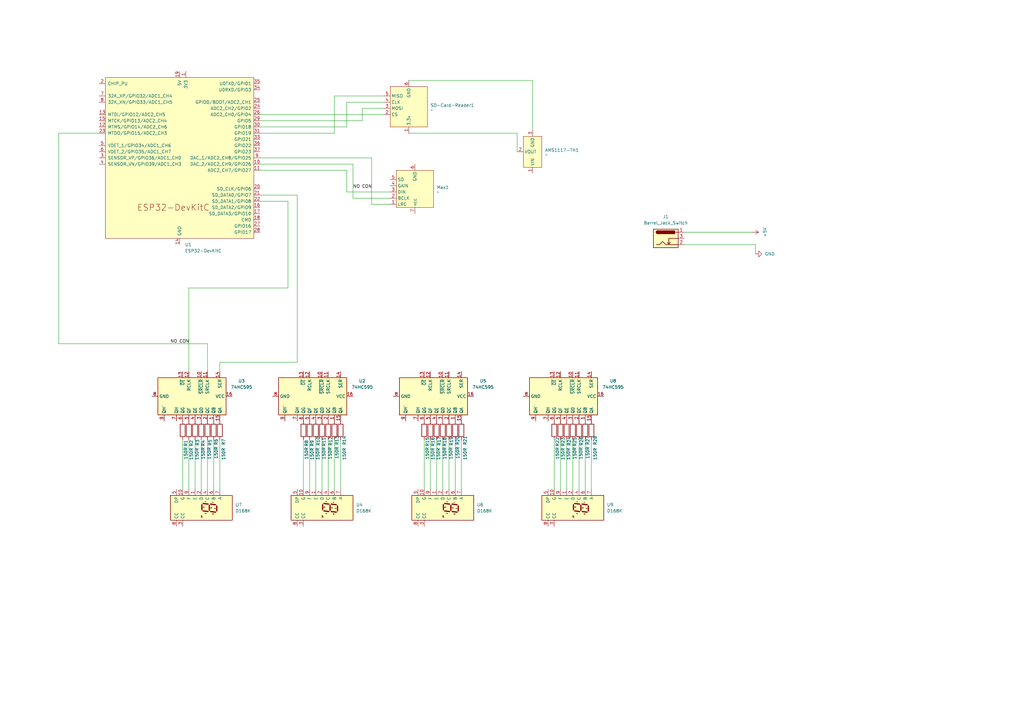
<source format=kicad_sch>
(kicad_sch (version 20231120) (generator "eeschema") (generator_version "8.0")
  (paper "A3")
  (lib_symbols
    (symbol "74xx:74HC595"
      (property "Reference" "U" (at -7.62 13.97 0))
      (property "Value" "74HC595" (at -7.62 -16.51 0))
      (symbol "74HC595_1_0"
        (pin tri_state line (at 10.16 7.62 180) (length 2.54) (name "QB") (number "1"))
        (pin input line (at -10.16 2.54 0) (length 2.54) (name "~{SRCLR}") (number "10"))
        (pin input line (at -10.16 5.08 0) (length 2.54) (name "SRCLK") (number "11"))
        (pin input line (at -10.16 -2.54 0) (length 2.54) (name "RCLK") (number "12"))
        (pin input line (at -10.16 -5.08 0) (length 2.54) (name "~{OE}") (number "13"))
        (pin input line (at -10.16 10.16 0) (length 2.54) (name "SER") (number "14"))
        (pin tri_state line (at 10.16 10.16 180) (length 2.54) (name "QA") (number "15"))
        (pin power_in line (at 0 15.24 270) (length 2.54) (name "VCC") (number "16"))
        (pin tri_state line (at 10.16 5.08 180) (length 2.54) (name "QC") (number "2"))
        (pin tri_state line (at 10.16 2.54 180) (length 2.54) (name "QD") (number "3"))
        (pin tri_state line (at 10.16 0 180) (length 2.54) (name "QE") (number "4"))
        (pin tri_state line (at 10.16 -2.54 180) (length 2.54) (name "QF") (number "5"))
        (pin tri_state line (at 10.16 -5.08 180) (length 2.54) (name "QG") (number "6"))
        (pin tri_state line (at 10.16 -7.62 180) (length 2.54) (name "QH") (number "7"))
        (pin power_in line (at 0 -17.78 90) (length 2.54) (name "GND") (number "8"))
        (pin output line (at 10.16 -12.7 180) (length 2.54) (name "QH'") (number "9"))
      )
      (symbol "74HC595_1_1"
        (rectangle (start -7.62 12.7) (end 7.62 -15.24) (stroke (width 0.254)) (fill (type background)))
      )
    )
    (symbol "Connector:Barrel_Jack_Switch" (pin_names hide)
      (property "Reference" "J" (at 0 5.334 0))
      (property "Value" "Barrel_Jack_Switch" (at 0 -5.08 0))
      (symbol "Barrel_Jack_Switch_0_1"
        (rectangle (start -5.08 3.81) (end 5.08 -3.81) (stroke (width 0.254)) (fill (type background)))
        (arc (start -3.302 3.175) (mid -3.9343 2.54) (end -3.302 1.905) (stroke (width 0.254)))
        (arc (start -3.302 3.175) (mid -3.9343 2.54) (end -3.302 1.905) (stroke (width 0.254)) (fill (type outline)))
        (polyline (pts (xy 1.27 -2.286) (xy 1.905 -1.651)) (stroke (width 0.254)))
        (polyline (pts (xy 5.08 2.54) (xy 3.81 2.54)) (stroke (width 0.254)))
        (polyline (pts (xy 5.08 0) (xy 1.27 0) (xy 1.27 -2.286) (xy 0.635 -1.651)) (stroke (width 0.254)))
        (polyline (pts (xy -3.81 -2.54) (xy -2.54 -2.54) (xy -1.27 -1.27) (xy 0 -2.54) (xy 2.54 -2.54) (xy 5.08 -2.54)) (stroke (width 0.254)))
        (rectangle (start 3.683 3.175) (end -3.302 1.905) (stroke (width 0.254)) (fill (type outline)))
      )
      (symbol "Barrel_Jack_Switch_1_1"
        (pin passive line (at 7.62 2.54 180) (length 2.54) (name "~") (number "1"))
        (pin passive line (at 7.62 -2.54 180) (length 2.54) (name "~") (number "2"))
        (pin passive line (at 7.62 0 180) (length 2.54) (name "~") (number "3"))
      )
    )
    (symbol "Custom_Lib_Sym:AMS1117-TH"
      (property "Reference" "AMS1117-TH" (at 0.254 -16.002 0))
      (symbol "AMS1117-TH_1_1"
        (rectangle (start -3.81 7.62) (end 3.81 -5.08) (fill (type background)))
        (pin input line (at 0 10.16 270) (length 2.54) (name "VIN") (number "1"))
        (pin output line (at 6.35 1.27 180) (length 2.54) (name "VOUT") (number "2"))
        (pin input line (at 0 -7.62 90) (length 2.54) (name "GND") (number "3"))
      )
    )
    (symbol "Custom_Lib_Sym:Max98357-Breakout"
      (property "Reference" "Max98357" (at -6.604 18.542 0))
      (symbol "Max98357-Breakout_1_1"
        (rectangle (start -7.62 16.51) (end 7.62 1.27) (fill (type background)))
        (pin input line (at 10.16 15.24 180) (length 2.54) (name "LRC") (number "1"))
        (pin input line (at 10.16 12.7 180) (length 2.54) (name "BCLK") (number "2"))
        (pin input line (at 10.16 10.16 180) (length 2.54) (name "DIN") (number "3"))
        (pin input line (at 10.16 7.62 180) (length 2.54) (name "GAIN") (number "4"))
        (pin input line (at 10.16 5.08 180) (length 2.54) (name "SD") (number "5"))
        (pin input line (at 0 -1.27 90) (length 2.54) (name "GND") (number "6"))
        (pin input line (at 0 19.05 270) (length 2.54) (name "vcc") (number "7"))
      )
    )
    (symbol "Custom_Lib_Sym:SD-Card-Reader"
      (property "Reference" "SD-Card-Reader" (at -17.018 3.048 0))
      (symbol "SD-Card-Reader_1_1"
        (rectangle (start -7.62 7.62) (end 7.62 -8.89) (fill (type background)))
        (pin input line (at 0 10.16 270) (length 2.54) (name "3.3v") (number "1"))
        (pin input line (at 10.16 2.54 180) (length 2.54) (name "CS") (number "2"))
        (pin input line (at 10.16 0 180) (length 2.54) (name "MOSI") (number "3"))
        (pin input line (at 10.16 -2.54 180) (length 2.54) (name "CLK") (number "4"))
        (pin input line (at 10.16 -5.08 180) (length 2.54) (name "MISO") (number "5"))
        (pin input line (at 0 -11.43 90) (length 2.54) (name "GND") (number "6"))
      )
    )
    (symbol "Device:R" (pin_numbers hide) (pin_names (offset 0))
      (property "Reference" "R" (at 2.032 0 90))
      (property "Value" "R" (at 0 0 90))
      (symbol "R_0_1"
        (rectangle (start -1.016 -2.54) (end 1.016 2.54) (stroke (width 0.254)))
      )
      (symbol "R_1_1"
        (pin passive line (at 0 3.81 270) (length 1.27) (name "~") (number "1"))
        (pin passive line (at 0 -3.81 90) (length 1.27) (name "~") (number "2"))
      )
    )
    (symbol "Display_Character:D168K"
      (property "Reference" "U" (at -2.54 13.97 0))
      (property "Value" "D168K" (at 1.27 13.97 0))
      (symbol "D168K_0_0"
        (text "A" (at 0.254 5.588 0) (effects (font (size 0.508 0.508))))
        (text "B" (at 2.54 4.826 0) (effects (font (size 0.508 0.508))))
        (text "C" (at 2.286 1.778 0) (effects (font (size 0.508 0.508))))
        (text "D" (at -0.254 1.016 0) (effects (font (size 0.508 0.508))))
        (text "DP" (at 3.556 0.254 0) (effects (font (size 0.508 0.508))))
        (text "E" (at -2.54 1.778 0) (effects (font (size 0.508 0.508))))
        (text "F" (at -2.286 4.826 0) (effects (font (size 0.508 0.508))))
        (text "G" (at 0 4.064 0) (effects (font (size 0.508 0.508))))
      )
      (symbol "D168K_0_1"
        (rectangle (start -5.08 12.7) (end 5.08 -12.7) (stroke (width 0.254)) (fill (type background)))
        (polyline (pts (xy -1.524 2.794) (xy -1.778 0.762)) (stroke (width 0.508)))
        (polyline (pts (xy -1.27 0.254) (xy 0.762 0.254)) (stroke (width 0.508)))
        (polyline (pts (xy -1.27 5.842) (xy -1.524 3.81)) (stroke (width 0.508)))
        (polyline (pts (xy -1.016 3.302) (xy 1.016 3.302)) (stroke (width 0.508)))
        (polyline (pts (xy -0.762 6.35) (xy 1.27 6.35)) (stroke (width 0.508)))
        (polyline (pts (xy 1.524 2.794) (xy 1.27 0.762)) (stroke (width 0.508)))
        (polyline (pts (xy 1.778 5.842) (xy 1.524 3.81)) (stroke (width 0.508)))
        (polyline (pts (xy 2.54 0.254) (xy 2.54 0.254)) (stroke (width 0.508)))
      )
      (symbol "D168K_1_1"
        (pin input line (at -7.62 -2.54 0) (length 2.54) (name "E") (number "1"))
        (pin input line (at -7.62 -7.62 0) (length 2.54) (name "G") (number "10"))
        (pin input line (at -7.62 0 0) (length 2.54) (name "D") (number "2"))
        (pin input line (at 7.62 -7.62 180) (length 2.54) (name "CC") (number "3"))
        (pin input line (at -7.62 2.54 0) (length 2.54) (name "C") (number "4"))
        (pin input line (at -7.62 -10.16 0) (length 2.54) (name "DP") (number "5"))
        (pin input line (at -7.62 5.08 0) (length 2.54) (name "B") (number "6"))
        (pin input line (at -7.62 7.62 0) (length 2.54) (name "A") (number "7"))
        (pin input line (at 7.62 -10.16 180) (length 2.54) (name "CC") (number "8"))
        (pin input line (at -7.62 -5.08 0) (length 2.54) (name "F") (number "9"))
      )
    )
    (symbol "PCM_Espressif:ESP32-DevKitC" (pin_names (offset 1.016))
      (property "Reference" "U" (at -30.48 38.1 0))
      (property "Value" "ESP32-DevKitC" (at -30.48 35.56 0))
      (symbol "ESP32-DevKitC_0_0"
        (text "ESP32-DevKitC" (at -2.54 -20.32 0) (effects (font (size 2.54 2.54))))
        (pin power_in line (at 0 -35.56 90) (length 2.54) (name "GND") (number "14"))
        (pin power_in line (at 0 35.56 270) (length 2.54) (name "5V") (number "19"))
      )
      (symbol "ESP32-DevKitC_0_1"
        (rectangle (start -30.48 33.02) (end 30.48 -33.02) (fill (type background)))
      )
      (symbol "ESP32-DevKitC_1_1"
        (pin power_in line (at 2.54 35.56 270) (length 2.54) (name "3V3") (number "1"))
        (pin bidirectional line (at 33.02 -2.54 180) (length 2.54) (name "DAC_2/ADC2_CH9/GPIO26") (number "10"))
        (pin bidirectional line (at 33.02 -5.08 180) (length 2.54) (name "ADC2_CH7/GPIO27") (number "11"))
        (pin bidirectional line (at -33.02 12.7 0) (length 2.54) (name "MTMS/GPIO14/ADC2_CH6") (number "12"))
        (pin bidirectional line (at -33.02 17.78 0) (length 2.54) (name "MTDI/GPIO12/ADC2_CH5") (number "13"))
        (pin bidirectional line (at -33.02 15.24 0) (length 2.54) (name "MTCK/GPIO13/ADC2_CH4") (number "15"))
        (pin bidirectional line (at 33.02 -20.32 180) (length 2.54) (name "SD_DATA2/GPIO9") (number "16"))
        (pin bidirectional line (at 33.02 -22.86 180) (length 2.54) (name "SD_DATA3/GPIO10") (number "17"))
        (pin bidirectional line (at 33.02 -25.4 180) (length 2.54) (name "CMD") (number "18"))
        (pin input line (at -33.02 30.48 0) (length 2.54) (name "CHIP_PU") (number "2"))
        (pin bidirectional line (at 33.02 -12.7 180) (length 2.54) (name "SD_CLK/GPIO6") (number "20"))
        (pin bidirectional line (at 33.02 -15.24 180) (length 2.54) (name "SD_DATA0/GPIO7") (number "21"))
        (pin bidirectional line (at 33.02 -17.78 180) (length 2.54) (name "SD_DATA1/GPIO8") (number "22"))
        (pin bidirectional line (at -33.02 10.16 0) (length 2.54) (name "MTDO/GPIO15/ADC2_CH3") (number "23"))
        (pin bidirectional line (at 33.02 20.32 180) (length 2.54) (name "ADC2_CH2/GPIO2") (number "24"))
        (pin bidirectional line (at 33.02 22.86 180) (length 2.54) (name "GPIO0/BOOT/ADC2_CH1") (number "25"))
        (pin bidirectional line (at 33.02 17.78 180) (length 2.54) (name "ADC2_CH0/GPIO4") (number "26"))
        (pin bidirectional line (at 33.02 -27.94 180) (length 2.54) (name "GPIO16") (number "27"))
        (pin bidirectional line (at 33.02 -30.48 180) (length 2.54) (name "GPIO17") (number "28"))
        (pin bidirectional line (at 33.02 15.24 180) (length 2.54) (name "GPIO5") (number "29"))
        (pin input line (at -33.02 0 0) (length 2.54) (name "SENSOR_VP/GPIO36/ADC1_CH0") (number "3"))
        (pin bidirectional line (at 33.02 12.7 180) (length 2.54) (name "GPIO18") (number "30"))
        (pin bidirectional line (at 33.02 10.16 180) (length 2.54) (name "GPIO19") (number "31"))
        (pin passive line (at 0 -35.56 90) (length 2.54) hide (name "GND") (number "32"))
        (pin bidirectional line (at 33.02 7.62 180) (length 2.54) (name "GPIO21") (number "33"))
        (pin bidirectional line (at 33.02 27.94 180) (length 2.54) (name "U0RXD/GPIO3") (number "34"))
        (pin bidirectional line (at 33.02 30.48 180) (length 2.54) (name "U0TXD/GPIO1") (number "35"))
        (pin bidirectional line (at 33.02 5.08 180) (length 2.54) (name "GPIO22") (number "36"))
        (pin bidirectional line (at 33.02 2.54 180) (length 2.54) (name "GPIO23") (number "37"))
        (pin passive line (at 0 -35.56 90) (length 2.54) hide (name "GND") (number "38"))
        (pin input line (at -33.02 -2.54 0) (length 2.54) (name "SENSOR_VN/GPIO39/ADC1_CH3") (number "4"))
        (pin input line (at -33.02 5.08 0) (length 2.54) (name "VDET_1/GPIO34/ADC1_CH6") (number "5"))
        (pin input line (at -33.02 2.54 0) (length 2.54) (name "VDET_2/GPIO35/ADC1_CH7") (number "6"))
        (pin bidirectional line (at -33.02 25.4 0) (length 2.54) (name "32K_XP/GPIO32/ADC1_CH4") (number "7"))
        (pin bidirectional line (at -33.02 22.86 0) (length 2.54) (name "32K_XN/GPIO33/ADC1_CH5") (number "8"))
        (pin bidirectional line (at 33.02 0 180) (length 2.54) (name "DAC_1/ADC2_CH8/GPIO25") (number "9"))
      )
    )
    (symbol "R_1" (pin_numbers hide) (pin_names (offset 0))
      (property "Reference" "R" (at 2.032 0 90))
      (property "Value" "R" (at 0 0 90))
      (symbol "R_1_0_1"
        (rectangle (start -1.016 -2.54) (end 1.016 2.54) (stroke (width 0.254)))
      )
      (symbol "R_1_1_1"
        (pin passive line (at 0 3.81 270) (length 1.27) (name "~") (number "1"))
        (pin passive line (at 0 -3.81 90) (length 1.27) (name "~") (number "2"))
      )
    )
    (symbol "power:+5V" (power) (pin_numbers hide) (pin_names (offset 0) hide)
      (property "Value" "+5V" (at 0 3.556 0))
      (symbol "+5V_0_1"
        (polyline (pts (xy -0.762 1.27) (xy 0 2.54)))
        (polyline (pts (xy 0 0) (xy 0 2.54)))
        (polyline (pts (xy 0 2.54) (xy 0.762 1.27)))
      )
      (symbol "+5V_1_1"
        (pin power_in line (at 0 0 90) (length 0) (name "~") (number "1"))
      )
    )
    (symbol "power:GND" (power) (pin_numbers hide) (pin_names (offset 0) hide)
      (property "Value" "GND" (at 0 -3.81 0))
      (symbol "GND_0_1"
        (polyline (pts (xy 0 0) (xy 0 -1.27) (xy 1.27 -1.27) (xy 0 -2.54) (xy -1.27 -1.27) (xy 0 -1.27)))
      )
      (symbol "GND_1_1"
        (pin power_in line (at 0 0 270) (length 0) (name "~") (number "1"))
      )
    )
  )
  (wire (pts (xy 218.44 33.02) (xy 218.44 53.34)))
  (wire (pts (xy 142.24 41.91) (xy 157.48 41.91)))
  (wire (pts (xy 132.08 180.34) (xy 132.08 200.66)))
  (wire (pts (xy 90.17 148.59) (xy 90.17 152.4)))
  (wire (pts (xy 176.53 180.34) (xy 176.53 200.66)))
  (wire (pts (xy 186.69 180.34) (xy 186.69 200.66)))
  (wire (pts (xy 137.16 54.61) (xy 137.16 39.37)))
  (wire (pts (xy 242.57 180.34) (xy 242.57 200.66)))
  (wire (pts (xy 280.67 100.33) (xy 309.88 100.33)))
  (wire (pts (xy 189.23 180.34) (xy 189.23 200.66)))
  (wire (pts (xy 137.16 180.34) (xy 137.16 200.66)))
  (wire (pts (xy 309.88 100.33) (xy 309.88 104.14)))
  (wire (pts (xy 106.68 54.61) (xy 137.16 54.61)))
  (wire (pts (xy 106.68 64.77) (xy 152.4 64.77)))
  (wire (pts (xy 173.99 180.34) (xy 173.99 200.66)))
  (wire (pts (xy 90.17 180.34) (xy 90.17 200.66)))
  (wire (pts (xy 106.68 49.53) (xy 148.59 49.53)))
  (wire (pts (xy 106.68 82.55) (xy 118.11 82.55)))
  (wire (pts (xy 212.09 62.23) (xy 212.09 54.61)))
  (wire (pts (xy 24.13 54.61) (xy 24.13 140.97)))
  (wire (pts (xy 74.93 180.34) (xy 74.93 200.66)))
  (wire (pts (xy 40.64 54.61) (xy 24.13 54.61)))
  (wire (pts (xy 137.16 39.37) (xy 157.48 39.37)))
  (wire (pts (xy 82.55 180.34) (xy 82.55 200.66)))
  (wire (pts (xy 308.61 95.25) (xy 280.67 95.25)))
  (wire (pts (xy 85.09 140.97) (xy 85.09 152.4)))
  (wire (pts (xy 144.78 67.31) (xy 144.78 81.28)))
  (wire (pts (xy 124.46 180.34) (xy 124.46 200.66)))
  (wire (pts (xy 144.78 81.28) (xy 160.02 81.28)))
  (wire (pts (xy 77.47 180.34) (xy 77.47 200.66)))
  (wire (pts (xy 234.95 180.34) (xy 234.95 200.66)))
  (wire (pts (xy 106.68 46.99) (xy 157.48 46.99)))
  (wire (pts (xy 118.11 118.11) (xy 77.47 118.11)))
  (wire (pts (xy 227.33 180.34) (xy 227.33 200.66)))
  (wire (pts (xy 179.07 180.34) (xy 179.07 200.66)))
  (wire (pts (xy 85.09 180.34) (xy 85.09 200.66)))
  (wire (pts (xy 24.13 140.97) (xy 85.09 140.97)))
  (wire (pts (xy 106.68 80.01) (xy 121.92 80.01)))
  (wire (pts (xy 237.49 180.34) (xy 237.49 200.66)))
  (wire (pts (xy 148.59 49.53) (xy 148.59 44.45)))
  (wire (pts (xy 184.15 180.34) (xy 184.15 200.66)))
  (wire (pts (xy 148.59 44.45) (xy 157.48 44.45)))
  (wire (pts (xy 129.54 180.34) (xy 129.54 200.66)))
  (wire (pts (xy 106.68 67.31) (xy 144.78 67.31)))
  (wire (pts (xy 127 180.34) (xy 127 200.66)))
  (wire (pts (xy 121.92 80.01) (xy 121.92 148.59)))
  (wire (pts (xy 212.09 54.61) (xy 167.64 54.61)))
  (wire (pts (xy 229.87 180.34) (xy 229.87 200.66)))
  (wire (pts (xy 240.03 180.34) (xy 240.03 200.66)))
  (wire (pts (xy 152.4 64.77) (xy 152.4 83.82)))
  (wire (pts (xy 142.24 78.74) (xy 160.02 78.74)))
  (wire (pts (xy 106.68 52.07) (xy 142.24 52.07)))
  (wire (pts (xy 80.01 180.34) (xy 80.01 200.66)))
  (wire (pts (xy 121.92 148.59) (xy 90.17 148.59)))
  (wire (pts (xy 167.64 33.02) (xy 218.44 33.02)))
  (wire (pts (xy 106.68 69.85) (xy 142.24 69.85)))
  (wire (pts (xy 142.24 52.07) (xy 142.24 41.91)))
  (wire (pts (xy 181.61 180.34) (xy 181.61 200.66)))
  (wire (pts (xy 77.47 118.11) (xy 77.47 152.4)))
  (wire (pts (xy 134.62 180.34) (xy 134.62 200.66)))
  (wire (pts (xy 87.63 180.34) (xy 87.63 200.66)))
  (wire (pts (xy 142.24 78.74) (xy 142.24 69.85)))
  (wire (pts (xy 152.4 83.82) (xy 160.02 83.82)))
  (wire (pts (xy 232.41 180.34) (xy 232.41 200.66)))
  (wire (pts (xy 139.7 180.34) (xy 139.7 200.66)))
  (wire (pts (xy 118.11 82.55) (xy 118.11 118.11)))
  (label "NO CON" (at 69.85 140.97 0))
  (label "NO CON" (at 144.78 77.47 0))
  (symbol (lib_id "Display_Character:D168K") (at 181.61 208.28 270) (unit 1)
    (property "Reference" "U6" (at 195.58 207.0099 90) (effects (justify left)))
    (property "Value" "D168K" (at 195.58 209.5499 90) (effects (justify left)))
    (property "Footprint" "Display_7Segment:Sx39-1xxxxx" (effects (hide yes)))
    (property "Datasheet" "https://ia800903.us.archive.org/24/items/CTKD1x8K/Cromatek%20D168K.pdf" (effects (hide yes)))
    (property "Description" "One digit 7 segment ultra bright red LED, low current, common cathode" (effects (hide yes)))
  )
  (symbol (lib_id "Device:R") (at 240.03 176.53 0) (unit 1)
    (property "Reference" "R27" (at 241.046 182.626 90) (effects (justify left)))
    (property "Value" "150R" (at 241.046 188.214 90) (effects (justify left)))
    (property "Footprint" "Resistor_THT:R_Axial_DIN0204_L3.6mm_D1.6mm_P7.62mm_Horizontal" (effects (hide yes)))
    (property "Description" "Resistor" (effects (hide yes)))
  )
  (symbol (lib_id "Device:R") (at 132.08 176.53 0) (unit 1)
    (property "Reference" "R11" (at 132.842 183.134 90) (effects (justify left)))
    (property "Value" "150R" (at 132.842 188.468 90) (effects (justify left)))
    (property "Footprint" "Resistor_THT:R_Axial_DIN0204_L3.6mm_D1.6mm_P7.62mm_Horizontal" (effects (hide yes)))
    (property "Description" "Resistor" (effects (hide yes)))
  )
  (symbol (lib_id "Device:R") (at 232.41 176.53 0) (unit 1)
    (property "Reference" "R24" (at 233.426 182.88 90) (effects (justify left)))
    (property "Value" "150R" (at 233.172 188.722 90) (effects (justify left)))
    (property "Footprint" "Resistor_THT:R_Axial_DIN0204_L3.6mm_D1.6mm_P7.62mm_Horizontal" (effects (hide yes)))
    (property "Description" "Resistor" (effects (hide yes)))
  )
  (symbol (lib_id "Custom_Lib_Sym:SD-Card-Reader") (at 167.64 44.45 180) (unit 1)
    (property "Reference" "SD-Card-Reader1" (at 176.53 43.1799 0) (effects (justify right)))
    (property "Value" "~" (at 176.53 45.085 0) (effects (justify right)))
    (property "Footprint" "CustomLib:SD-Card-Reader" (effects (hide yes)))
  )
  (symbol (lib_id "Custom_Lib_Sym:AMS1117-TH") (at 218.44 60.96 180) (unit 1)
    (property "Reference" "AMS1117-TH1" (at 223.52 61.5949 0) (effects (justify right)))
    (property "Value" "~" (at 223.52 63.5 0) (effects (justify right)))
    (property "Footprint" "CustomLib:AMS1117-TH" (effects (hide yes)))
  )
  (symbol (lib_id "Device:R") (at 186.69 176.53 0) (unit 1)
    (property "Reference" "R20" (at 187.706 182.626 90) (effects (justify left)))
    (property "Value" "150R" (at 187.706 188.214 90) (effects (justify left)))
    (property "Footprint" "Resistor_THT:R_Axial_DIN0204_L3.6mm_D1.6mm_P7.62mm_Horizontal" (effects (hide yes)))
    (property "Description" "Resistor" (effects (hide yes)))
  )
  (symbol (lib_id "Device:R") (at 184.15 176.53 0) (unit 1)
    (property "Reference" "R19" (at 185.166 182.88 90) (effects (justify left)))
    (property "Value" "150R" (at 184.912 188.468 90) (effects (justify left)))
    (property "Footprint" "Resistor_THT:R_Axial_DIN0204_L3.6mm_D1.6mm_P7.62mm_Horizontal" (effects (hide yes)))
    (property "Description" "Resistor" (effects (hide yes)))
  )
  (symbol (lib_name "R_1") (lib_id "Device:R") (at 74.93 176.53 0) (unit 1)
    (property "Reference" "R1" (at 76.2 183.134 90) (effects (justify left)))
    (property "Value" "150R" (at 76.2 188.468 90) (effects (justify left)))
    (property "Footprint" "Resistor_THT:R_Axial_DIN0204_L3.6mm_D1.6mm_P7.62mm_Horizontal" (effects (hide yes)))
    (property "Description" "Resistor" (effects (hide yes)))
  )
  (symbol (lib_id "Display_Character:D168K") (at 82.55 208.28 270) (unit 1)
    (property "Reference" "U7" (at 96.52 207.0099 90) (effects (justify left)))
    (property "Value" "D168K" (at 96.52 209.5499 90) (effects (justify left)))
    (property "Footprint" "Display_7Segment:Sx39-1xxxxx" (effects (hide yes)))
    (property "Datasheet" "https://ia800903.us.archive.org/24/items/CTKD1x8K/Cromatek%20D168K.pdf" (effects (hide yes)))
    (property "Description" "One digit 7 segment ultra bright red LED, low current, common cathode" (effects (hide yes)))
  )
  (symbol (lib_id "Device:R") (at 80.01 176.53 0) (unit 1)
    (property "Reference" "R3" (at 81.026 182.88 90) (effects (justify left)))
    (property "Value" "150R" (at 80.772 188.722 90) (effects (justify left)))
    (property "Footprint" "Resistor_THT:R_Axial_DIN0204_L3.6mm_D1.6mm_P7.62mm_Horizontal" (effects (hide yes)))
    (property "Description" "Resistor" (effects (hide yes)))
  )
  (symbol (lib_id "Device:R") (at 229.87 176.53 0) (unit 1)
    (property "Reference" "R23" (at 230.886 183.134 90) (effects (justify left)))
    (property "Value" "150R" (at 230.886 188.722 90) (effects (justify left)))
    (property "Footprint" "Resistor_THT:R_Axial_DIN0204_L3.6mm_D1.6mm_P7.62mm_Horizontal" (effects (hide yes)))
    (property "Description" "Resistor" (effects (hide yes)))
  )
  (symbol (lib_id "74xx:74HC595") (at 179.07 162.56 270) (unit 1)
    (property "Reference" "U5" (at 198.12 156.2414 90))
    (property "Value" "74HC595" (at 198.12 158.7814 90))
    (property "Footprint" "Package_DIP:DIP-16_W7.62mm" (effects (hide yes)))
    (property "Datasheet" "http://www.ti.com/lit/ds/symlink/sn74hc595.pdf" (effects (hide yes)))
    (property "Description" "8-bit serial in/out Shift Register 3-State Outputs" (effects (hide yes)))
  )
  (symbol (lib_id "PCM_Espressif:ESP32-DevKitC") (at 73.66 64.77 0) (unit 1)
    (property "Reference" "U1" (at 75.8541 100.33 0) (effects (justify left)))
    (property "Value" "ESP32-DevKitC" (at 75.8541 102.87 0) (effects (justify left)))
    (property "Footprint" "PCM_Espressif:ESP32-DevKitC" (effects (hide yes)))
    (property "Datasheet" "https://docs.espressif.com/projects/esp-idf/zh_CN/latest/esp32/hw-reference/esp32/get-started-devkitc.html" (effects (hide yes)))
    (property "Description" "Development Kit" (effects (hide yes)))
  )
  (symbol (lib_id "Device:R") (at 82.55 176.53 0) (unit 1)
    (property "Reference" "R4" (at 83.312 183.134 90) (effects (justify left)))
    (property "Value" "150R" (at 83.312 188.468 90) (effects (justify left)))
    (property "Footprint" "Resistor_THT:R_Axial_DIN0204_L3.6mm_D1.6mm_P7.62mm_Horizontal" (effects (hide yes)))
    (property "Description" "Resistor" (effects (hide yes)))
  )
  (symbol (lib_id "Device:R") (at 85.09 176.53 0) (unit 1)
    (property "Reference" "R5" (at 86.106 182.88 90) (effects (justify left)))
    (property "Value" "150R" (at 85.852 188.468 90) (effects (justify left)))
    (property "Footprint" "Resistor_THT:R_Axial_DIN0204_L3.6mm_D1.6mm_P7.62mm_Horizontal" (effects (hide yes)))
    (property "Description" "Resistor" (effects (hide yes)))
  )
  (symbol (lib_id "Device:R") (at 90.17 176.53 0) (unit 1)
    (property "Reference" "R7" (at 91.694 182.626 90) (effects (justify left)))
    (property "Value" "150R" (at 91.694 188.722 90) (effects (justify left)))
    (property "Footprint" "Resistor_THT:R_Axial_DIN0204_L3.6mm_D1.6mm_P7.62mm_Horizontal" (effects (hide yes)))
    (property "Description" "Resistor" (effects (hide yes)))
  )
  (symbol (lib_id "Device:R") (at 179.07 176.53 0) (unit 1)
    (property "Reference" "R17" (at 180.086 182.88 90) (effects (justify left)))
    (property "Value" "150R" (at 179.832 188.722 90) (effects (justify left)))
    (property "Footprint" "Resistor_THT:R_Axial_DIN0204_L3.6mm_D1.6mm_P7.62mm_Horizontal" (effects (hide yes)))
    (property "Description" "Resistor" (effects (hide yes)))
  )
  (symbol (lib_name "R_1") (lib_id "Device:R") (at 227.33 176.53 0) (unit 1)
    (property "Reference" "R22" (at 228.6 183.134 90) (effects (justify left)))
    (property "Value" "150R" (at 228.6 188.468 90) (effects (justify left)))
    (property "Footprint" "Resistor_THT:R_Axial_DIN0204_L3.6mm_D1.6mm_P7.62mm_Horizontal" (effects (hide yes)))
    (property "Description" "Resistor" (effects (hide yes)))
  )
  (symbol (lib_id "power:+5V") (at 308.61 95.25 270) (unit 1)
    (property "Reference" "#PWR01" (effects (hide yes)))
    (property "Value" "+5V" (at 313.69 95.25 0))
    (property "Description" "Power symbol creates a global label with name \"+5V\"" (effects (hide yes)))
  )
  (symbol (lib_id "74xx:74HC595") (at 232.41 162.56 270) (unit 1)
    (property "Reference" "U8" (at 251.46 156.2414 90))
    (property "Value" "74HC595" (at 251.46 158.7814 90))
    (property "Footprint" "Package_DIP:DIP-16_W7.62mm" (effects (hide yes)))
    (property "Datasheet" "http://www.ti.com/lit/ds/symlink/sn74hc595.pdf" (effects (hide yes)))
    (property "Description" "8-bit serial in/out Shift Register 3-State Outputs" (effects (hide yes)))
  )
  (symbol (lib_id "Device:R") (at 237.49 176.53 0) (unit 1)
    (property "Reference" "R26" (at 238.506 182.88 90) (effects (justify left)))
    (property "Value" "150R" (at 238.252 188.468 90) (effects (justify left)))
    (property "Footprint" "Resistor_THT:R_Axial_DIN0204_L3.6mm_D1.6mm_P7.62mm_Horizontal" (effects (hide yes)))
    (property "Description" "Resistor" (effects (hide yes)))
  )
  (symbol (lib_id "power:GND") (at 309.88 104.14 90) (unit 1)
    (property "Reference" "#PWR02" (effects (hide yes)))
    (property "Value" "GND" (at 313.69 104.1399 90) (effects (justify right)))
    (property "Description" "Power symbol creates a global label with name \"GND\" , ground" (effects (hide yes)))
  )
  (symbol (lib_id "74xx:74HC595") (at 129.54 162.56 270) (unit 1)
    (property "Reference" "U2" (at 148.59 156.2414 90))
    (property "Value" "74HC595" (at 148.59 158.7814 90))
    (property "Footprint" "Package_DIP:DIP-16_W7.62mm" (effects (hide yes)))
    (property "Datasheet" "http://www.ti.com/lit/ds/symlink/sn74hc595.pdf" (effects (hide yes)))
    (property "Description" "8-bit serial in/out Shift Register 3-State Outputs" (effects (hide yes)))
  )
  (symbol (lib_id "Connector:Barrel_Jack_Switch") (at 273.05 97.79 0) (unit 1)
    (property "Reference" "J1" (at 273.05 88.9 0))
    (property "Value" "Barrel_Jack_Switch" (at 273.05 91.44 0))
    (property "Footprint" "Connector_BarrelJack:BarrelJack_GCT_DCJ200-10-A_Horizontal" (effects (hide yes)))
    (property "Description" "DC Barrel Jack with an internal switch" (effects (hide yes)))
  )
  (symbol (lib_id "Device:R") (at 134.62 176.53 0) (unit 1)
    (property "Reference" "R12" (at 135.636 182.88 90) (effects (justify left)))
    (property "Value" "150R" (at 135.382 188.468 90) (effects (justify left)))
    (property "Footprint" "Resistor_THT:R_Axial_DIN0204_L3.6mm_D1.6mm_P7.62mm_Horizontal" (effects (hide yes)))
    (property "Description" "Resistor" (effects (hide yes)))
  )
  (symbol (lib_name "R_1") (lib_id "Device:R") (at 124.46 176.53 0) (unit 1)
    (property "Reference" "R8" (at 125.73 183.134 90) (effects (justify left)))
    (property "Value" "150R" (at 125.73 188.468 90) (effects (justify left)))
    (property "Footprint" "Resistor_THT:R_Axial_DIN0204_L3.6mm_D1.6mm_P7.62mm_Horizontal" (effects (hide yes)))
    (property "Description" "Resistor" (effects (hide yes)))
  )
  (symbol (lib_id "Device:R") (at 87.63 176.53 0) (unit 1)
    (property "Reference" "R6" (at 88.646 182.626 90) (effects (justify left)))
    (property "Value" "150R" (at 88.646 188.214 90) (effects (justify left)))
    (property "Footprint" "Resistor_THT:R_Axial_DIN0204_L3.6mm_D1.6mm_P7.62mm_Horizontal" (effects (hide yes)))
    (property "Description" "Resistor" (effects (hide yes)))
  )
  (symbol (lib_id "Device:R") (at 189.23 176.53 0) (unit 1)
    (property "Reference" "R21" (at 190.754 182.626 90) (effects (justify left)))
    (property "Value" "150R" (at 190.754 188.722 90) (effects (justify left)))
    (property "Footprint" "Resistor_THT:R_Axial_DIN0204_L3.6mm_D1.6mm_P7.62mm_Horizontal" (effects (hide yes)))
    (property "Description" "Resistor" (effects (hide yes)))
  )
  (symbol (lib_id "74xx:74HC595") (at 80.01 162.56 270) (unit 1)
    (property "Reference" "U3" (at 99.06 156.2414 90))
    (property "Value" "74HC595" (at 99.06 158.7814 90))
    (property "Footprint" "Package_DIP:DIP-16_W7.62mm" (effects (hide yes)))
    (property "Datasheet" "http://www.ti.com/lit/ds/symlink/sn74hc595.pdf" (effects (hide yes)))
    (property "Description" "8-bit serial in/out Shift Register 3-State Outputs" (effects (hide yes)))
  )
  (symbol (lib_id "Device:R") (at 181.61 176.53 0) (unit 1)
    (property "Reference" "R18" (at 182.372 183.134 90) (effects (justify left)))
    (property "Value" "150R" (at 182.372 188.468 90) (effects (justify left)))
    (property "Footprint" "Resistor_THT:R_Axial_DIN0204_L3.6mm_D1.6mm_P7.62mm_Horizontal" (effects (hide yes)))
    (property "Description" "Resistor" (effects (hide yes)))
  )
  (symbol (lib_id "Custom_Lib_Sym:Max98357-Breakout") (at 170.18 68.58 180) (unit 1)
    (property "Reference" "Max1" (at 179.07 76.8349 0) (effects (justify right)))
    (property "Value" "~" (at 179.07 78.74 0) (effects (justify right)))
    (property "Footprint" "CustomLib:Max98357_breakout" (effects (hide yes)))
  )
  (symbol (lib_id "Device:R") (at 242.57 176.53 0) (unit 1)
    (property "Reference" "R28" (at 244.094 182.626 90) (effects (justify left)))
    (property "Value" "150R" (at 244.094 188.722 90) (effects (justify left)))
    (property "Footprint" "Resistor_THT:R_Axial_DIN0204_L3.6mm_D1.6mm_P7.62mm_Horizontal" (effects (hide yes)))
    (property "Description" "Resistor" (effects (hide yes)))
  )
  (symbol (lib_id "Device:R") (at 137.16 176.53 0) (unit 1)
    (property "Reference" "R13" (at 138.176 182.626 90) (effects (justify left)))
    (property "Value" "150R" (at 138.176 188.214 90) (effects (justify left)))
    (property "Footprint" "Resistor_THT:R_Axial_DIN0204_L3.6mm_D1.6mm_P7.62mm_Horizontal" (effects (hide yes)))
    (property "Description" "Resistor" (effects (hide yes)))
  )
  (symbol (lib_id "Display_Character:D168K") (at 234.95 208.28 270) (unit 1)
    (property "Reference" "U9" (at 248.92 207.0099 90) (effects (justify left)))
    (property "Value" "D168K" (at 248.92 209.5499 90) (effects (justify left)))
    (property "Footprint" "Display_7Segment:Sx39-1xxxxx" (effects (hide yes)))
    (property "Datasheet" "https://ia800903.us.archive.org/24/items/CTKD1x8K/Cromatek%20D168K.pdf" (effects (hide yes)))
    (property "Description" "One digit 7 segment ultra bright red LED, low current, common cathode" (effects (hide yes)))
  )
  (symbol (lib_id "Device:R") (at 234.95 176.53 0) (unit 1)
    (property "Reference" "R25" (at 235.712 183.134 90) (effects (justify left)))
    (property "Value" "150R" (at 235.712 188.468 90) (effects (justify left)))
    (property "Footprint" "Resistor_THT:R_Axial_DIN0204_L3.6mm_D1.6mm_P7.62mm_Horizontal" (effects (hide yes)))
    (property "Description" "Resistor" (effects (hide yes)))
  )
  (symbol (lib_id "Device:R") (at 77.47 176.53 0) (unit 1)
    (property "Reference" "R2" (at 78.486 183.134 90) (effects (justify left)))
    (property "Value" "150R" (at 78.486 188.722 90) (effects (justify left)))
    (property "Footprint" "Resistor_THT:R_Axial_DIN0204_L3.6mm_D1.6mm_P7.62mm_Horizontal" (effects (hide yes)))
    (property "Description" "Resistor" (effects (hide yes)))
  )
  (symbol (lib_id "Device:R") (at 176.53 176.53 0) (unit 1)
    (property "Reference" "R16" (at 177.546 183.134 90) (effects (justify left)))
    (property "Value" "150R" (at 177.546 188.722 90) (effects (justify left)))
    (property "Footprint" "Resistor_THT:R_Axial_DIN0204_L3.6mm_D1.6mm_P7.62mm_Horizontal" (effects (hide yes)))
    (property "Description" "Resistor" (effects (hide yes)))
  )
  (symbol (lib_id "Device:R") (at 127 176.53 0) (unit 1)
    (property "Reference" "R9" (at 128.016 183.134 90) (effects (justify left)))
    (property "Value" "150R" (at 128.016 188.722 90) (effects (justify left)))
    (property "Footprint" "Resistor_THT:R_Axial_DIN0204_L3.6mm_D1.6mm_P7.62mm_Horizontal" (effects (hide yes)))
    (property "Description" "Resistor" (effects (hide yes)))
  )
  (symbol (lib_id "Device:R") (at 139.7 176.53 0) (unit 1)
    (property "Reference" "R14" (at 141.224 182.626 90) (effects (justify left)))
    (property "Value" "150R" (at 141.224 188.722 90) (effects (justify left)))
    (property "Footprint" "Resistor_THT:R_Axial_DIN0204_L3.6mm_D1.6mm_P7.62mm_Horizontal" (effects (hide yes)))
    (property "Description" "Resistor" (effects (hide yes)))
  )
  (symbol (lib_name "R_1") (lib_id "Device:R") (at 173.99 176.53 0) (unit 1)
    (property "Reference" "R15" (at 175.26 183.134 90) (effects (justify left)))
    (property "Value" "150R" (at 175.26 188.468 90) (effects (justify left)))
    (property "Footprint" "Resistor_THT:R_Axial_DIN0204_L3.6mm_D1.6mm_P7.62mm_Horizontal" (effects (hide yes)))
    (property "Description" "Resistor" (effects (hide yes)))
  )
  (symbol (lib_id "Display_Character:D168K") (at 132.08 208.28 270) (unit 1)
    (property "Reference" "U4" (at 146.05 207.0099 90) (effects (justify left)))
    (property "Value" "D168K" (at 146.05 209.5499 90) (effects (justify left)))
    (property "Footprint" "Display_7Segment:Sx39-1xxxxx" (effects (hide yes)))
    (property "Datasheet" "https://ia800903.us.archive.org/24/items/CTKD1x8K/Cromatek%20D168K.pdf" (effects (hide yes)))
    (property "Description" "One digit 7 segment ultra bright red LED, low current, common cathode" (effects (hide yes)))
  )
  (symbol (lib_id "Device:R") (at 129.54 176.53 0) (unit 1)
    (property "Reference" "R10" (at 130.556 182.88 90) (effects (justify left)))
    (property "Value" "150R" (at 130.302 188.722 90) (effects (justify left)))
    (property "Footprint" "Resistor_THT:R_Axial_DIN0204_L3.6mm_D1.6mm_P7.62mm_Horizontal" (effects (hide yes)))
    (property "Description" "Resistor" (effects (hide yes)))
  )
)
</source>
